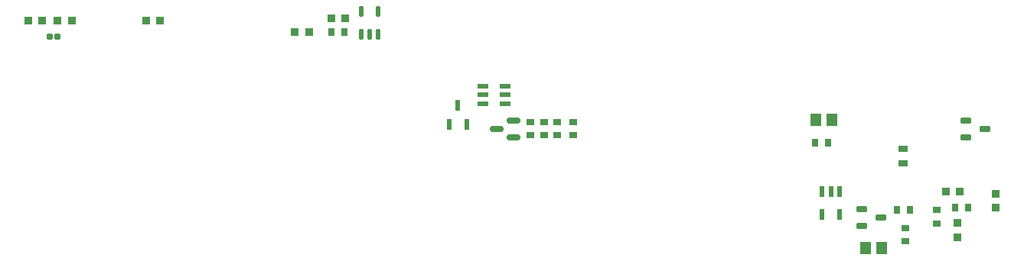
<source format=gbr>
%TF.GenerationSoftware,KiCad,Pcbnew,8.0.8*%
%TF.CreationDate,2025-04-26T12:31:47+03:00*%
%TF.ProjectId,gamma-spectrometer,67616d6d-612d-4737-9065-6374726f6d65,v0.0.4*%
%TF.SameCoordinates,Original*%
%TF.FileFunction,Paste,Top*%
%TF.FilePolarity,Positive*%
%FSLAX46Y46*%
G04 Gerber Fmt 4.6, Leading zero omitted, Abs format (unit mm)*
G04 Created by KiCad (PCBNEW 8.0.8) date 2025-04-26 12:31:47*
%MOMM*%
%LPD*%
G01*
G04 APERTURE LIST*
G04 Aperture macros list*
%AMRoundRect*
0 Rectangle with rounded corners*
0 $1 Rounding radius*
0 $2 $3 $4 $5 $6 $7 $8 $9 X,Y pos of 4 corners*
0 Add a 4 corners polygon primitive as box body*
4,1,4,$2,$3,$4,$5,$6,$7,$8,$9,$2,$3,0*
0 Add four circle primitives for the rounded corners*
1,1,$1+$1,$2,$3*
1,1,$1+$1,$4,$5*
1,1,$1+$1,$6,$7*
1,1,$1+$1,$8,$9*
0 Add four rect primitives between the rounded corners*
20,1,$1+$1,$2,$3,$4,$5,0*
20,1,$1+$1,$4,$5,$6,$7,0*
20,1,$1+$1,$6,$7,$8,$9,0*
20,1,$1+$1,$8,$9,$2,$3,0*%
G04 Aperture macros list end*
%ADD10R,0.900000X0.650000*%
%ADD11RoundRect,0.147500X0.147500X-0.467500X0.147500X0.467500X-0.147500X0.467500X-0.147500X-0.467500X0*%
%ADD12R,1.150000X1.450000*%
%ADD13RoundRect,0.075000X-0.540000X-0.225000X0.540000X-0.225000X0.540000X0.225000X-0.540000X0.225000X0*%
%ADD14RoundRect,0.075000X0.225000X0.260000X-0.225000X0.260000X-0.225000X-0.260000X0.225000X-0.260000X0*%
%ADD15RoundRect,0.108750X0.356250X-0.326250X0.356250X0.326250X-0.356250X0.326250X-0.356250X-0.326250X0*%
%ADD16R,0.650000X0.900000*%
%ADD17RoundRect,0.147500X0.147500X-0.457500X0.147500X0.457500X-0.147500X0.457500X-0.147500X-0.457500X0*%
%ADD18RoundRect,0.108750X-0.326250X-0.356250X0.326250X-0.356250X0.326250X0.356250X-0.326250X0.356250X0*%
%ADD19R,1.000000X0.800000*%
%ADD20R,0.870000X0.930000*%
%ADD21RoundRect,0.108750X0.326250X0.356250X-0.326250X0.356250X-0.326250X-0.356250X0.326250X-0.356250X0*%
%ADD22RoundRect,0.072500X-0.532500X-0.217500X0.532500X-0.217500X0.532500X0.217500X-0.532500X0.217500X0*%
%ADD23RoundRect,0.150000X0.587500X0.150000X-0.587500X0.150000X-0.587500X-0.150000X0.587500X-0.150000X0*%
%ADD24RoundRect,0.108750X-0.356250X0.326250X-0.356250X-0.326250X0.356250X-0.326250X0.356250X0.326250X0*%
%ADD25RoundRect,0.073750X-0.221250X0.531250X-0.221250X-0.531250X0.221250X-0.531250X0.221250X0.531250X0*%
%ADD26R,0.810000X0.930000*%
G04 APERTURE END LIST*
D10*
%TO.C,R3*%
X154250000Y-80025000D03*
X154250000Y-81475000D03*
%TD*%
%TO.C,R1*%
X152750000Y-80025000D03*
X152750000Y-81475000D03*
%TD*%
D11*
%TO.C,U7*%
X142300000Y-80250000D03*
X144200000Y-80250000D03*
X143250000Y-78130000D03*
%TD*%
D12*
%TO.C,C19*%
X188350000Y-94000000D03*
X190150000Y-94000000D03*
%TD*%
D13*
%TO.C,Q4*%
X199440000Y-79800000D03*
X199440000Y-81700000D03*
X201560000Y-80750000D03*
%TD*%
D14*
%TO.C,FB1*%
X98935000Y-70500000D03*
X98065000Y-70500000D03*
%TD*%
D15*
%TO.C,C21*%
X198500000Y-92780000D03*
X198500000Y-91220000D03*
%TD*%
D16*
%TO.C,R20*%
X199725000Y-89500000D03*
X198275000Y-89500000D03*
%TD*%
D17*
%TO.C,U3*%
X132550000Y-70255000D03*
X133500000Y-70255000D03*
X134450000Y-70255000D03*
X134450000Y-67745000D03*
X132550000Y-67745000D03*
%TD*%
D18*
%TO.C,C3*%
X108720000Y-68750000D03*
X110280000Y-68750000D03*
%TD*%
D10*
%TO.C,R2*%
X156000000Y-81475000D03*
X156000000Y-80025000D03*
%TD*%
D12*
%TO.C,C17*%
X182850000Y-79750000D03*
X184650000Y-79750000D03*
%TD*%
D19*
%TO.C,TH1*%
X192500000Y-84550000D03*
X192500000Y-82950000D03*
%TD*%
D16*
%TO.C,R18*%
X191775000Y-89750000D03*
X193225000Y-89750000D03*
%TD*%
D10*
%TO.C,R5*%
X151250000Y-80025000D03*
X151250000Y-81475000D03*
%TD*%
D20*
%TO.C,C1*%
X98970000Y-68750000D03*
X100530000Y-68750000D03*
%TD*%
D10*
%TO.C,R19*%
X192750000Y-93225000D03*
X192750000Y-91775000D03*
%TD*%
D16*
%TO.C,R8*%
X129275000Y-70000000D03*
X130725000Y-70000000D03*
%TD*%
D21*
%TO.C,C7*%
X130780000Y-68500000D03*
X129220000Y-68500000D03*
%TD*%
%TO.C,C22*%
X198780000Y-87750000D03*
X197220000Y-87750000D03*
%TD*%
D22*
%TO.C,U2*%
X145995000Y-76050000D03*
X145995000Y-77000000D03*
X145995000Y-77950000D03*
X148505000Y-77950000D03*
X148505000Y-77000000D03*
X148505000Y-76050000D03*
%TD*%
D23*
%TO.C,D1*%
X149437500Y-81700000D03*
X149437500Y-79800000D03*
X147562500Y-80750000D03*
%TD*%
D16*
%TO.C,R17*%
X182775000Y-82250000D03*
X184225000Y-82250000D03*
%TD*%
D24*
%TO.C,C20*%
X202750000Y-87970000D03*
X202750000Y-89530000D03*
%TD*%
D25*
%TO.C,U9*%
X185450000Y-87745000D03*
X184500000Y-87745000D03*
X183550000Y-87745000D03*
X183550000Y-90255000D03*
X185450000Y-90255000D03*
%TD*%
D26*
%TO.C,D2*%
X126810000Y-70000000D03*
X125190000Y-70000000D03*
%TD*%
D10*
%TO.C,R21*%
X196250000Y-91225000D03*
X196250000Y-89775000D03*
%TD*%
D13*
%TO.C,Q3*%
X187940000Y-89662500D03*
X187940000Y-91562500D03*
X190060000Y-90612500D03*
%TD*%
D20*
%TO.C,C2*%
X97280000Y-68750000D03*
X95720000Y-68750000D03*
%TD*%
M02*

</source>
